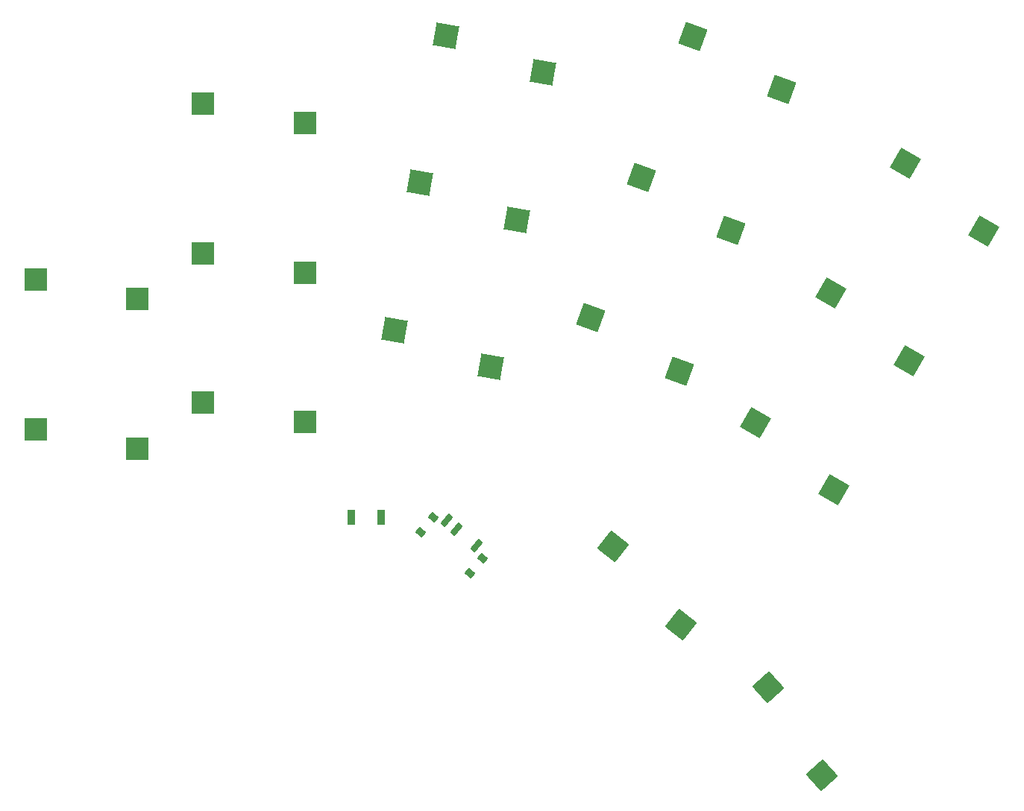
<source format=gbr>
%TF.GenerationSoftware,KiCad,Pcbnew,(6.0.5)*%
%TF.CreationDate,2022-05-06T01:30:31+03:00*%
%TF.ProjectId,main,6d61696e-2e6b-4696-9361-645f70636258,v1.0.0*%
%TF.SameCoordinates,Original*%
%TF.FileFunction,Paste,Bot*%
%TF.FilePolarity,Positive*%
%FSLAX46Y46*%
G04 Gerber Fmt 4.6, Leading zero omitted, Abs format (unit mm)*
G04 Created by KiCad (PCBNEW (6.0.5)) date 2022-05-06 01:30:31*
%MOMM*%
%LPD*%
G01*
G04 APERTURE LIST*
G04 Aperture macros list*
%AMRotRect*
0 Rectangle, with rotation*
0 The origin of the aperture is its center*
0 $1 length*
0 $2 width*
0 $3 Rotation angle, in degrees counterclockwise*
0 Add horizontal line*
21,1,$1,$2,0,0,$3*%
G04 Aperture macros list end*
%ADD10R,2.600000X2.600000*%
%ADD11RotRect,2.600000X2.600000X350.000000*%
%ADD12RotRect,2.600000X2.600000X340.000000*%
%ADD13RotRect,2.600000X2.600000X330.000000*%
%ADD14RotRect,2.600000X2.600000X322.000000*%
%ADD15RotRect,2.600000X2.600000X312.000000*%
%ADD16RotRect,0.700000X1.500000X320.000000*%
%ADD17RotRect,1.000000X0.800000X320.000000*%
%ADD18R,0.900000X1.700000*%
G04 APERTURE END LIST*
D10*
%TO.C,S1*%
X180945000Y-134824872D03*
X192495000Y-137024872D03*
%TD*%
%TO.C,S3*%
X180945000Y-117824872D03*
X192495000Y-120024872D03*
%TD*%
%TO.C,S5*%
X199945000Y-131824872D03*
X211495000Y-134024872D03*
%TD*%
%TO.C,S7*%
X199945000Y-114824872D03*
X211495000Y-117024872D03*
%TD*%
%TO.C,S9*%
X199945000Y-97824872D03*
X211495000Y-100024872D03*
%TD*%
D11*
%TO.C,S11*%
X221632684Y-123574452D03*
X232625188Y-127746666D03*
%TD*%
%TO.C,S13*%
X224584703Y-106832720D03*
X235577207Y-111004934D03*
%TD*%
%TO.C,S15*%
X227536722Y-90090988D03*
X238529226Y-94263202D03*
%TD*%
D12*
%TO.C,S17*%
X243902610Y-122169824D03*
X254003615Y-128187480D03*
%TD*%
%TO.C,S19*%
X249716952Y-106195049D03*
X259817957Y-112212705D03*
%TD*%
%TO.C,S21*%
X255531294Y-90220275D03*
X265632299Y-96237931D03*
%TD*%
D13*
%TO.C,S23*%
X262657914Y-134050594D03*
X271560507Y-141730850D03*
%TD*%
%TO.C,S25*%
X280060507Y-127008418D03*
X271157914Y-119328162D03*
%TD*%
%TO.C,S27*%
X288560507Y-112285986D03*
X279657914Y-104605730D03*
%TD*%
D14*
%TO.C,S29*%
X246431650Y-148151627D03*
X254178719Y-156996140D03*
%TD*%
D15*
%TO.C,S31*%
X264075245Y-164092113D03*
X270168785Y-174147523D03*
%TD*%
D16*
%TO.C,*%
X230997474Y-148074518D03*
X228699341Y-146146155D03*
X227550274Y-145181973D03*
D17*
X230231564Y-151165307D03*
X224639440Y-146472958D03*
X226060000Y-144780000D03*
X231652125Y-149472349D03*
%TD*%
D18*
%TO.C,*%
X216740000Y-144780000D03*
X220140000Y-144780000D03*
%TD*%
M02*

</source>
